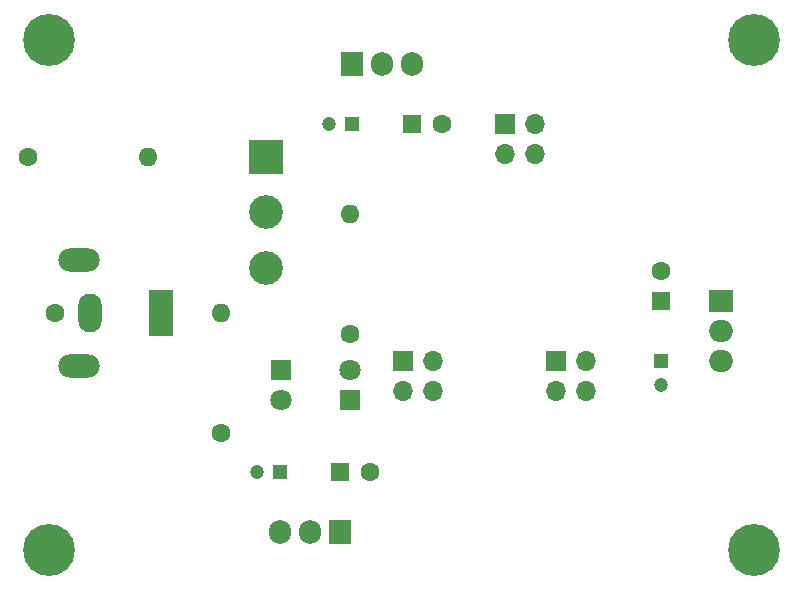
<source format=gbr>
G04 #@! TF.GenerationSoftware,KiCad,Pcbnew,(5.1.4)-1*
G04 #@! TF.CreationDate,2019-12-07T06:36:36-05:00*
G04 #@! TF.ProjectId,BBPSU_Dsch,42425053-555f-4447-9363-682e6b696361,rev?*
G04 #@! TF.SameCoordinates,Original*
G04 #@! TF.FileFunction,Soldermask,Top*
G04 #@! TF.FilePolarity,Negative*
%FSLAX46Y46*%
G04 Gerber Fmt 4.6, Leading zero omitted, Abs format (unit mm)*
G04 Created by KiCad (PCBNEW (5.1.4)-1) date 2019-12-07 06:36:36*
%MOMM*%
%LPD*%
G04 APERTURE LIST*
%ADD10R,1.700000X1.700000*%
%ADD11O,1.700000X1.700000*%
%ADD12R,1.600000X1.600000*%
%ADD13C,1.600000*%
%ADD14R,1.200000X1.200000*%
%ADD15C,1.200000*%
%ADD16R,1.800000X1.800000*%
%ADD17C,1.800000*%
%ADD18R,2.000000X4.000000*%
%ADD19O,2.000000X3.300000*%
%ADD20O,3.500000X2.000000*%
%ADD21O,1.600000X1.600000*%
%ADD22R,2.850000X2.850000*%
%ADD23C,2.850000*%
%ADD24R,1.905000X2.000000*%
%ADD25O,1.905000X2.000000*%
%ADD26O,2.000000X1.905000*%
%ADD27R,2.000000X1.905000*%
%ADD28C,4.400000*%
G04 APERTURE END LIST*
D10*
X84328000Y-35052000D03*
D11*
X84328000Y-37592000D03*
X86868000Y-35052000D03*
X86868000Y-37592000D03*
D12*
X97536000Y-50038000D03*
D13*
X97536000Y-47538000D03*
D14*
X71374000Y-35052000D03*
D15*
X69374000Y-35052000D03*
D12*
X70358000Y-64516000D03*
D13*
X72858000Y-64516000D03*
D14*
X97536000Y-55118000D03*
D15*
X97536000Y-57118000D03*
X63278000Y-64516000D03*
D14*
X65278000Y-64516000D03*
D13*
X78954000Y-35052000D03*
D12*
X76454000Y-35052000D03*
D16*
X65341500Y-55880000D03*
D17*
X65341500Y-58420000D03*
X71183500Y-55880000D03*
D16*
X71183500Y-58420000D03*
D18*
X55181500Y-51054000D03*
D19*
X49181500Y-51054000D03*
D20*
X48181500Y-46554000D03*
X48181500Y-55554000D03*
D13*
X46181500Y-51054000D03*
D11*
X91186000Y-57658000D03*
X91186000Y-55118000D03*
X88646000Y-57658000D03*
D10*
X88646000Y-55118000D03*
X75692000Y-55118000D03*
D11*
X75692000Y-57658000D03*
X78232000Y-55118000D03*
X78232000Y-57658000D03*
D21*
X60261500Y-51054000D03*
D13*
X60261500Y-61214000D03*
X43942000Y-37846000D03*
D21*
X54102000Y-37846000D03*
D13*
X71183500Y-52832000D03*
D21*
X71183500Y-42672000D03*
D22*
X64071500Y-37844000D03*
D23*
X64071500Y-42544000D03*
X64071500Y-47244000D03*
D24*
X71374000Y-29972000D03*
D25*
X73914000Y-29972000D03*
X76454000Y-29972000D03*
D26*
X102616000Y-55118000D03*
X102616000Y-52578000D03*
D27*
X102616000Y-50038000D03*
D24*
X70358000Y-69596000D03*
D25*
X67818000Y-69596000D03*
X65278000Y-69596000D03*
D28*
X45720000Y-27940000D03*
X105410000Y-27940000D03*
X45720000Y-71120000D03*
X105410000Y-71120000D03*
M02*

</source>
